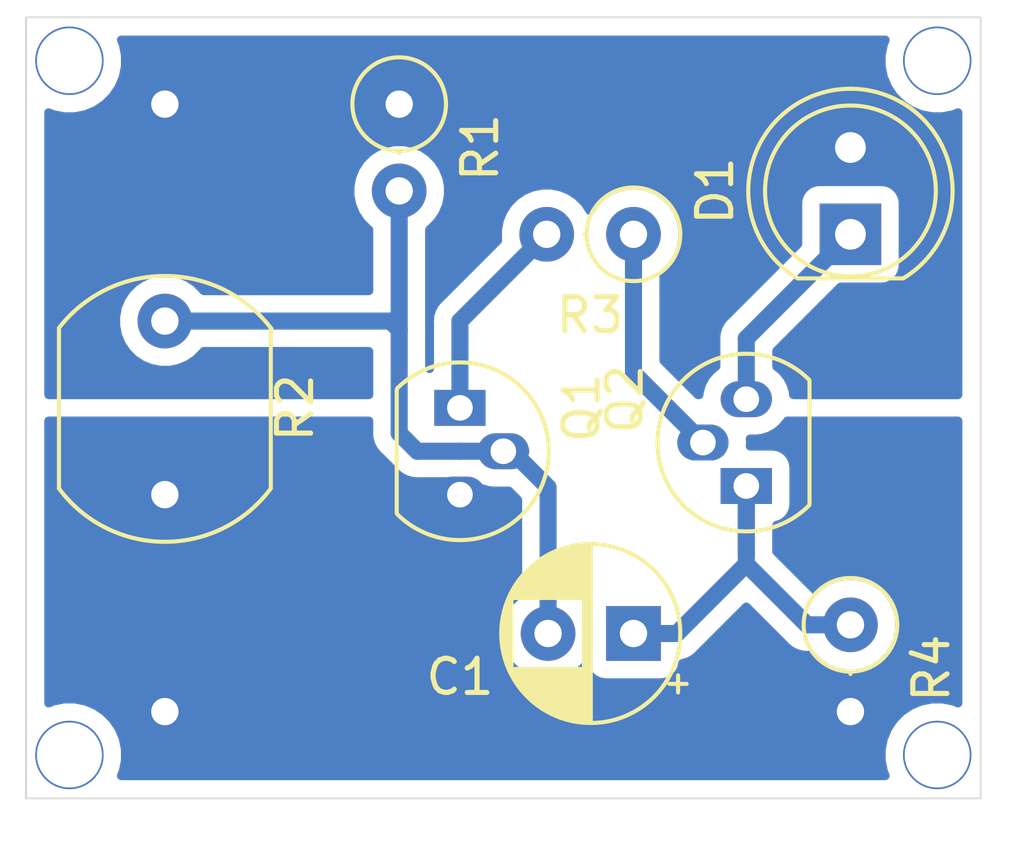
<source format=kicad_pcb>
(kicad_pcb (version 20171130) (host pcbnew 5.1.8-db9833491~88~ubuntu20.04.1)

  (general
    (thickness 1.6)
    (drawings 14)
    (tracks 29)
    (zones 0)
    (modules 8)
    (nets 8)
  )

  (page A4)
  (layers
    (0 F.Cu signal hide)
    (31 B.Cu signal)
    (32 B.Adhes user hide)
    (33 F.Adhes user hide)
    (34 B.Paste user hide)
    (35 F.Paste user hide)
    (36 B.SilkS user hide)
    (37 F.SilkS user hide)
    (38 B.Mask user hide)
    (39 F.Mask user hide)
    (40 Dwgs.User user hide)
    (41 Cmts.User user hide)
    (42 Eco1.User user hide)
    (43 Eco2.User user hide)
    (44 Edge.Cuts user)
    (45 Margin user hide)
    (46 B.CrtYd user hide)
    (47 F.CrtYd user hide)
    (48 B.Fab user hide)
    (49 F.Fab user)
  )

  (setup
    (last_trace_width 0.25)
    (user_trace_width 0.5)
    (trace_clearance 0.2)
    (zone_clearance 0.508)
    (zone_45_only no)
    (trace_min 0.2)
    (via_size 0.8)
    (via_drill 0.4)
    (via_min_size 0.4)
    (via_min_drill 0.3)
    (uvia_size 0.3)
    (uvia_drill 0.1)
    (uvias_allowed no)
    (uvia_min_size 0.2)
    (uvia_min_drill 0.1)
    (edge_width 0.05)
    (segment_width 0.2)
    (pcb_text_width 0.3)
    (pcb_text_size 1.5 1.5)
    (mod_edge_width 0.12)
    (mod_text_size 1 1)
    (mod_text_width 0.15)
    (pad_size 1.524 1.524)
    (pad_drill 0.762)
    (pad_to_mask_clearance 0)
    (aux_axis_origin 0 0)
    (visible_elements FFFFFF7F)
    (pcbplotparams
      (layerselection 0x010fc_ffffffff)
      (usegerberextensions false)
      (usegerberattributes true)
      (usegerberadvancedattributes true)
      (creategerberjobfile true)
      (excludeedgelayer true)
      (linewidth 0.100000)
      (plotframeref false)
      (viasonmask false)
      (mode 1)
      (useauxorigin false)
      (hpglpennumber 1)
      (hpglpenspeed 20)
      (hpglpendiameter 15.000000)
      (psnegative false)
      (psa4output false)
      (plotreference true)
      (plotvalue true)
      (plotinvisibletext false)
      (padsonsilk false)
      (subtractmaskfromsilk false)
      (outputformat 1)
      (mirror false)
      (drillshape 1)
      (scaleselection 1)
      (outputdirectory ""))
  )

  (net 0 "")
  (net 1 "Net-(C1-Pad2)")
  (net 2 "Net-(C1-Pad1)")
  (net 3 "Net-(D1-Pad1)")
  (net 4 "Net-(Q1-Pad1)")
  (net 5 "Net-(Q2-Pad2)")
  (net 6 +3V0)
  (net 7 GNDREF)

  (net_class Default "This is the default net class."
    (clearance 0.2)
    (trace_width 0.25)
    (via_dia 0.8)
    (via_drill 0.4)
    (uvia_dia 0.3)
    (uvia_drill 0.1)
    (add_net +3V0)
    (add_net GNDREF)
    (add_net "Net-(C1-Pad1)")
    (add_net "Net-(C1-Pad2)")
    (add_net "Net-(D1-Pad1)")
    (add_net "Net-(Q1-Pad1)")
    (add_net "Net-(Q2-Pad2)")
  )

  (module Package_TO_SOT_THT:TO-92_Inline (layer F.Cu) (tedit 5FEBBFD5) (tstamp 5FEBB262)
    (at 126.492 78.486 90)
    (descr "TO-92 leads in-line, narrow, oval pads, drill 0.75mm (see NXP sot054_po.pdf)")
    (tags "to-92 sc-43 sc-43a sot54 PA33 transistor")
    (path /5FEA5E8F)
    (fp_text reference Q2 (at 2.54 -3.56 90) (layer F.SilkS)
      (effects (font (size 1 1) (thickness 0.15)))
    )
    (fp_text value BC558 (at 1.27 2.79 90) (layer F.Fab)
      (effects (font (size 1 1) (thickness 0.15)))
    )
    (fp_line (start -0.53 1.85) (end 3.07 1.85) (layer F.SilkS) (width 0.12))
    (fp_line (start -0.5 1.75) (end 3 1.75) (layer F.Fab) (width 0.1))
    (fp_line (start -1.46 -2.73) (end 4 -2.73) (layer F.CrtYd) (width 0.05))
    (fp_line (start -1.46 -2.73) (end -1.46 2.01) (layer F.CrtYd) (width 0.05))
    (fp_line (start 4 2.01) (end 4 -2.73) (layer F.CrtYd) (width 0.05))
    (fp_line (start 4 2.01) (end -1.46 2.01) (layer F.CrtYd) (width 0.05))
    (fp_arc (start 1.27 0) (end 1.27 -2.6) (angle 135) (layer F.SilkS) (width 0.12))
    (fp_arc (start 1.27 0) (end 1.27 -2.48) (angle -135) (layer F.Fab) (width 0.1))
    (fp_arc (start 1.27 0) (end 1.27 -2.6) (angle -135) (layer F.SilkS) (width 0.12))
    (fp_arc (start 1.27 0) (end 1.27 -2.48) (angle 135) (layer F.Fab) (width 0.1))
    (fp_text user %R (at 1.27 -0.254 90) (layer F.Fab)
      (effects (font (size 1 1) (thickness 0.15)))
    )
    (pad 1 thru_hole rect (at 0 0 90) (size 1.05 1.5) (drill 0.75) (layers *.Cu *.Mask)
      (net 2 "Net-(C1-Pad1)"))
    (pad 3 thru_hole oval (at 2.54 0 90) (size 1.05 1.5) (drill 0.75) (layers *.Cu *.Mask)
      (net 3 "Net-(D1-Pad1)"))
    (pad 2 thru_hole oval (at 1.27 -1.27 90) (size 1.05 1.5) (drill 0.75) (layers *.Cu *.Mask)
      (net 5 "Net-(Q2-Pad2)"))
    (model ${KISYS3DMOD}/Package_TO_SOT_THT.3dshapes/TO-92_Inline.wrl
      (at (xyz 0 0 0))
      (scale (xyz 1 1 1))
      (rotate (xyz 0 0 0))
    )
  )

  (module Package_TO_SOT_THT:TO-92_Inline (layer F.Cu) (tedit 5FEBBFB7) (tstamp 5FEBB295)
    (at 118.11 76.2 270)
    (descr "TO-92 leads in-line, narrow, oval pads, drill 0.75mm (see NXP sot054_po.pdf)")
    (tags "to-92 sc-43 sc-43a sot54 PA33 transistor")
    (path /5FEA59BF)
    (fp_text reference Q1 (at 0 -3.56 270) (layer F.SilkS)
      (effects (font (size 1 1) (thickness 0.15)))
    )
    (fp_text value BC548 (at 1.27 2.79 270) (layer F.Fab)
      (effects (font (size 1 1) (thickness 0.15)))
    )
    (fp_line (start -0.53 1.85) (end 3.07 1.85) (layer F.SilkS) (width 0.12))
    (fp_line (start -0.5 1.75) (end 3 1.75) (layer F.Fab) (width 0.1))
    (fp_line (start -1.46 -2.73) (end 4 -2.73) (layer F.CrtYd) (width 0.05))
    (fp_line (start -1.46 -2.73) (end -1.46 2.01) (layer F.CrtYd) (width 0.05))
    (fp_line (start 4 2.01) (end 4 -2.73) (layer F.CrtYd) (width 0.05))
    (fp_line (start 4 2.01) (end -1.46 2.01) (layer F.CrtYd) (width 0.05))
    (fp_arc (start 1.27 0) (end 1.27 -2.6) (angle 135) (layer F.SilkS) (width 0.12))
    (fp_arc (start 1.27 0) (end 1.27 -2.48) (angle -135) (layer F.Fab) (width 0.1))
    (fp_arc (start 1.27 0) (end 1.27 -2.6) (angle -135) (layer F.SilkS) (width 0.12))
    (fp_arc (start 1.27 0) (end 1.27 -2.48) (angle 135) (layer F.Fab) (width 0.1))
    (fp_text user %R (at 1.27 0 270) (layer F.Fab)
      (effects (font (size 1 1) (thickness 0.15)))
    )
    (pad 1 thru_hole rect (at 0 0 270) (size 1.05 1.5) (drill 0.75) (layers *.Cu *.Mask)
      (net 4 "Net-(Q1-Pad1)"))
    (pad 3 thru_hole oval (at 2.54 0 270) (size 1.05 1.5) (drill 0.75) (layers *.Cu *.Mask)
      (net 7 GNDREF))
    (pad 2 thru_hole oval (at 1.27 -1.27 270) (size 1.05 1.5) (drill 0.75) (layers *.Cu *.Mask)
      (net 1 "Net-(C1-Pad2)"))
    (model ${KISYS3DMOD}/Package_TO_SOT_THT.3dshapes/TO-92_Inline.wrl
      (at (xyz 0 0 0))
      (scale (xyz 1 1 1))
      (rotate (xyz 0 0 0))
    )
  )

  (module OptoDevice:R_LDR_7x6mm_P5.1mm_Vertical (layer F.Cu) (tedit 5B86044C) (tstamp 5FEABC70)
    (at 109.474 73.66 270)
    (descr "Resistor, LDR 7x6mm")
    (tags "Resistor LDR7x6mm")
    (path /5FEA8C59)
    (fp_text reference R2 (at 2.54 -3.81 90) (layer F.SilkS)
      (effects (font (size 1 1) (thickness 0.15)))
    )
    (fp_text value LDR03 (at 0.508 0 180) (layer F.Fab)
      (effects (font (size 1 1) (thickness 0.15)))
    )
    (fp_line (start 6.57 3.25) (end -1.49 3.25) (layer F.CrtYd) (width 0.05))
    (fp_line (start 6.57 3.25) (end 6.57 -3.25) (layer F.CrtYd) (width 0.05))
    (fp_line (start -1.49 -3.25) (end -1.49 3.25) (layer F.CrtYd) (width 0.05))
    (fp_line (start -1.49 -3.25) (end 6.57 -3.25) (layer F.CrtYd) (width 0.05))
    (fp_line (start 0.24 -3) (end 4.84 -3) (layer F.Fab) (width 0.1))
    (fp_line (start 4.84 3) (end 0.24 3) (layer F.Fab) (width 0.1))
    (fp_line (start 1.64 1.8) (end 3.44 1.8) (layer F.Fab) (width 0.1))
    (fp_line (start 1.64 1.2) (end 1.64 1.8) (layer F.Fab) (width 0.1))
    (fp_line (start 3.44 1.2) (end 1.64 1.2) (layer F.Fab) (width 0.1))
    (fp_line (start 3.44 0.6) (end 3.44 1.2) (layer F.Fab) (width 0.1))
    (fp_line (start 1.64 0.6) (end 3.44 0.6) (layer F.Fab) (width 0.1))
    (fp_line (start 1.64 0) (end 1.64 0.6) (layer F.Fab) (width 0.1))
    (fp_line (start 3.44 0) (end 1.64 0) (layer F.Fab) (width 0.1))
    (fp_line (start 3.44 -0.6) (end 3.44 0) (layer F.Fab) (width 0.1))
    (fp_line (start 1.64 -0.6) (end 3.44 -0.6) (layer F.Fab) (width 0.1))
    (fp_line (start 1.64 -1.2) (end 1.64 -0.6) (layer F.Fab) (width 0.1))
    (fp_line (start 3.44 -1.2) (end 1.64 -1.2) (layer F.Fab) (width 0.1))
    (fp_line (start 3.44 -1.8) (end 3.44 -1.2) (layer F.Fab) (width 0.1))
    (fp_line (start 1.64 -1.8) (end 3.44 -1.8) (layer F.Fab) (width 0.1))
    (fp_line (start 0.2 3.1) (end 4.9 3.1) (layer F.SilkS) (width 0.12))
    (fp_line (start 0.2 -3.1) (end 4.9 -3.1) (layer F.SilkS) (width 0.12))
    (fp_arc (start 2.54 0) (end 0.24 3) (angle 105) (layer F.Fab) (width 0.1))
    (fp_arc (start 2.54 0) (end 4.84 -3) (angle 105) (layer F.Fab) (width 0.1))
    (fp_arc (start 2.6 0) (end 4.9 -3.1) (angle 107) (layer F.SilkS) (width 0.12))
    (fp_arc (start 2.6 0) (end 0.2 3.1) (angle 105) (layer F.SilkS) (width 0.12))
    (fp_text user %R (at 5.334 0 180) (layer F.Fab)
      (effects (font (size 1 1) (thickness 0.15)))
    )
    (pad 2 thru_hole circle (at 5.08 0 270) (size 1.6 1.6) (drill 0.8) (layers *.Cu *.Mask)
      (net 7 GNDREF))
    (pad 1 thru_hole circle (at 0 0 270) (size 1.6 1.6) (drill 0.8) (layers *.Cu *.Mask)
      (net 1 "Net-(C1-Pad2)"))
    (model ${KISYS3DMOD}/OptoDevice.3dshapes/R_LDR_7x6mm_P5.1mm_Vertical.wrl
      (at (xyz 0 0 0))
      (scale (xyz 1 1 1))
      (rotate (xyz 0 0 0))
    )
  )

  (module Capacitor_THT:CP_Radial_D5.0mm_P2.50mm (layer F.Cu) (tedit 5AE50EF0) (tstamp 5FEBB364)
    (at 123.19 82.804 180)
    (descr "CP, Radial series, Radial, pin pitch=2.50mm, , diameter=5mm, Electrolytic Capacitor")
    (tags "CP Radial series Radial pin pitch 2.50mm  diameter 5mm Electrolytic Capacitor")
    (path /5FEA742B)
    (fp_text reference C1 (at 5.08 -1.27) (layer F.SilkS)
      (effects (font (size 1 1) (thickness 0.15)))
    )
    (fp_text value 2.2uF (at -1.524 -3.302) (layer F.Fab)
      (effects (font (size 1 1) (thickness 0.15)))
    )
    (fp_line (start -1.304775 -1.725) (end -1.304775 -1.225) (layer F.SilkS) (width 0.12))
    (fp_line (start -1.554775 -1.475) (end -1.054775 -1.475) (layer F.SilkS) (width 0.12))
    (fp_line (start 3.851 -0.284) (end 3.851 0.284) (layer F.SilkS) (width 0.12))
    (fp_line (start 3.811 -0.518) (end 3.811 0.518) (layer F.SilkS) (width 0.12))
    (fp_line (start 3.771 -0.677) (end 3.771 0.677) (layer F.SilkS) (width 0.12))
    (fp_line (start 3.731 -0.805) (end 3.731 0.805) (layer F.SilkS) (width 0.12))
    (fp_line (start 3.691 -0.915) (end 3.691 0.915) (layer F.SilkS) (width 0.12))
    (fp_line (start 3.651 -1.011) (end 3.651 1.011) (layer F.SilkS) (width 0.12))
    (fp_line (start 3.611 -1.098) (end 3.611 1.098) (layer F.SilkS) (width 0.12))
    (fp_line (start 3.571 -1.178) (end 3.571 1.178) (layer F.SilkS) (width 0.12))
    (fp_line (start 3.531 1.04) (end 3.531 1.251) (layer F.SilkS) (width 0.12))
    (fp_line (start 3.531 -1.251) (end 3.531 -1.04) (layer F.SilkS) (width 0.12))
    (fp_line (start 3.491 1.04) (end 3.491 1.319) (layer F.SilkS) (width 0.12))
    (fp_line (start 3.491 -1.319) (end 3.491 -1.04) (layer F.SilkS) (width 0.12))
    (fp_line (start 3.451 1.04) (end 3.451 1.383) (layer F.SilkS) (width 0.12))
    (fp_line (start 3.451 -1.383) (end 3.451 -1.04) (layer F.SilkS) (width 0.12))
    (fp_line (start 3.411 1.04) (end 3.411 1.443) (layer F.SilkS) (width 0.12))
    (fp_line (start 3.411 -1.443) (end 3.411 -1.04) (layer F.SilkS) (width 0.12))
    (fp_line (start 3.371 1.04) (end 3.371 1.5) (layer F.SilkS) (width 0.12))
    (fp_line (start 3.371 -1.5) (end 3.371 -1.04) (layer F.SilkS) (width 0.12))
    (fp_line (start 3.331 1.04) (end 3.331 1.554) (layer F.SilkS) (width 0.12))
    (fp_line (start 3.331 -1.554) (end 3.331 -1.04) (layer F.SilkS) (width 0.12))
    (fp_line (start 3.291 1.04) (end 3.291 1.605) (layer F.SilkS) (width 0.12))
    (fp_line (start 3.291 -1.605) (end 3.291 -1.04) (layer F.SilkS) (width 0.12))
    (fp_line (start 3.251 1.04) (end 3.251 1.653) (layer F.SilkS) (width 0.12))
    (fp_line (start 3.251 -1.653) (end 3.251 -1.04) (layer F.SilkS) (width 0.12))
    (fp_line (start 3.211 1.04) (end 3.211 1.699) (layer F.SilkS) (width 0.12))
    (fp_line (start 3.211 -1.699) (end 3.211 -1.04) (layer F.SilkS) (width 0.12))
    (fp_line (start 3.171 1.04) (end 3.171 1.743) (layer F.SilkS) (width 0.12))
    (fp_line (start 3.171 -1.743) (end 3.171 -1.04) (layer F.SilkS) (width 0.12))
    (fp_line (start 3.131 1.04) (end 3.131 1.785) (layer F.SilkS) (width 0.12))
    (fp_line (start 3.131 -1.785) (end 3.131 -1.04) (layer F.SilkS) (width 0.12))
    (fp_line (start 3.091 1.04) (end 3.091 1.826) (layer F.SilkS) (width 0.12))
    (fp_line (start 3.091 -1.826) (end 3.091 -1.04) (layer F.SilkS) (width 0.12))
    (fp_line (start 3.051 1.04) (end 3.051 1.864) (layer F.SilkS) (width 0.12))
    (fp_line (start 3.051 -1.864) (end 3.051 -1.04) (layer F.SilkS) (width 0.12))
    (fp_line (start 3.011 1.04) (end 3.011 1.901) (layer F.SilkS) (width 0.12))
    (fp_line (start 3.011 -1.901) (end 3.011 -1.04) (layer F.SilkS) (width 0.12))
    (fp_line (start 2.971 1.04) (end 2.971 1.937) (layer F.SilkS) (width 0.12))
    (fp_line (start 2.971 -1.937) (end 2.971 -1.04) (layer F.SilkS) (width 0.12))
    (fp_line (start 2.931 1.04) (end 2.931 1.971) (layer F.SilkS) (width 0.12))
    (fp_line (start 2.931 -1.971) (end 2.931 -1.04) (layer F.SilkS) (width 0.12))
    (fp_line (start 2.891 1.04) (end 2.891 2.004) (layer F.SilkS) (width 0.12))
    (fp_line (start 2.891 -2.004) (end 2.891 -1.04) (layer F.SilkS) (width 0.12))
    (fp_line (start 2.851 1.04) (end 2.851 2.035) (layer F.SilkS) (width 0.12))
    (fp_line (start 2.851 -2.035) (end 2.851 -1.04) (layer F.SilkS) (width 0.12))
    (fp_line (start 2.811 1.04) (end 2.811 2.065) (layer F.SilkS) (width 0.12))
    (fp_line (start 2.811 -2.065) (end 2.811 -1.04) (layer F.SilkS) (width 0.12))
    (fp_line (start 2.771 1.04) (end 2.771 2.095) (layer F.SilkS) (width 0.12))
    (fp_line (start 2.771 -2.095) (end 2.771 -1.04) (layer F.SilkS) (width 0.12))
    (fp_line (start 2.731 1.04) (end 2.731 2.122) (layer F.SilkS) (width 0.12))
    (fp_line (start 2.731 -2.122) (end 2.731 -1.04) (layer F.SilkS) (width 0.12))
    (fp_line (start 2.691 1.04) (end 2.691 2.149) (layer F.SilkS) (width 0.12))
    (fp_line (start 2.691 -2.149) (end 2.691 -1.04) (layer F.SilkS) (width 0.12))
    (fp_line (start 2.651 1.04) (end 2.651 2.175) (layer F.SilkS) (width 0.12))
    (fp_line (start 2.651 -2.175) (end 2.651 -1.04) (layer F.SilkS) (width 0.12))
    (fp_line (start 2.611 1.04) (end 2.611 2.2) (layer F.SilkS) (width 0.12))
    (fp_line (start 2.611 -2.2) (end 2.611 -1.04) (layer F.SilkS) (width 0.12))
    (fp_line (start 2.571 1.04) (end 2.571 2.224) (layer F.SilkS) (width 0.12))
    (fp_line (start 2.571 -2.224) (end 2.571 -1.04) (layer F.SilkS) (width 0.12))
    (fp_line (start 2.531 1.04) (end 2.531 2.247) (layer F.SilkS) (width 0.12))
    (fp_line (start 2.531 -2.247) (end 2.531 -1.04) (layer F.SilkS) (width 0.12))
    (fp_line (start 2.491 1.04) (end 2.491 2.268) (layer F.SilkS) (width 0.12))
    (fp_line (start 2.491 -2.268) (end 2.491 -1.04) (layer F.SilkS) (width 0.12))
    (fp_line (start 2.451 1.04) (end 2.451 2.29) (layer F.SilkS) (width 0.12))
    (fp_line (start 2.451 -2.29) (end 2.451 -1.04) (layer F.SilkS) (width 0.12))
    (fp_line (start 2.411 1.04) (end 2.411 2.31) (layer F.SilkS) (width 0.12))
    (fp_line (start 2.411 -2.31) (end 2.411 -1.04) (layer F.SilkS) (width 0.12))
    (fp_line (start 2.371 1.04) (end 2.371 2.329) (layer F.SilkS) (width 0.12))
    (fp_line (start 2.371 -2.329) (end 2.371 -1.04) (layer F.SilkS) (width 0.12))
    (fp_line (start 2.331 1.04) (end 2.331 2.348) (layer F.SilkS) (width 0.12))
    (fp_line (start 2.331 -2.348) (end 2.331 -1.04) (layer F.SilkS) (width 0.12))
    (fp_line (start 2.291 1.04) (end 2.291 2.365) (layer F.SilkS) (width 0.12))
    (fp_line (start 2.291 -2.365) (end 2.291 -1.04) (layer F.SilkS) (width 0.12))
    (fp_line (start 2.251 1.04) (end 2.251 2.382) (layer F.SilkS) (width 0.12))
    (fp_line (start 2.251 -2.382) (end 2.251 -1.04) (layer F.SilkS) (width 0.12))
    (fp_line (start 2.211 1.04) (end 2.211 2.398) (layer F.SilkS) (width 0.12))
    (fp_line (start 2.211 -2.398) (end 2.211 -1.04) (layer F.SilkS) (width 0.12))
    (fp_line (start 2.171 1.04) (end 2.171 2.414) (layer F.SilkS) (width 0.12))
    (fp_line (start 2.171 -2.414) (end 2.171 -1.04) (layer F.SilkS) (width 0.12))
    (fp_line (start 2.131 1.04) (end 2.131 2.428) (layer F.SilkS) (width 0.12))
    (fp_line (start 2.131 -2.428) (end 2.131 -1.04) (layer F.SilkS) (width 0.12))
    (fp_line (start 2.091 1.04) (end 2.091 2.442) (layer F.SilkS) (width 0.12))
    (fp_line (start 2.091 -2.442) (end 2.091 -1.04) (layer F.SilkS) (width 0.12))
    (fp_line (start 2.051 1.04) (end 2.051 2.455) (layer F.SilkS) (width 0.12))
    (fp_line (start 2.051 -2.455) (end 2.051 -1.04) (layer F.SilkS) (width 0.12))
    (fp_line (start 2.011 1.04) (end 2.011 2.468) (layer F.SilkS) (width 0.12))
    (fp_line (start 2.011 -2.468) (end 2.011 -1.04) (layer F.SilkS) (width 0.12))
    (fp_line (start 1.971 1.04) (end 1.971 2.48) (layer F.SilkS) (width 0.12))
    (fp_line (start 1.971 -2.48) (end 1.971 -1.04) (layer F.SilkS) (width 0.12))
    (fp_line (start 1.93 1.04) (end 1.93 2.491) (layer F.SilkS) (width 0.12))
    (fp_line (start 1.93 -2.491) (end 1.93 -1.04) (layer F.SilkS) (width 0.12))
    (fp_line (start 1.89 1.04) (end 1.89 2.501) (layer F.SilkS) (width 0.12))
    (fp_line (start 1.89 -2.501) (end 1.89 -1.04) (layer F.SilkS) (width 0.12))
    (fp_line (start 1.85 1.04) (end 1.85 2.511) (layer F.SilkS) (width 0.12))
    (fp_line (start 1.85 -2.511) (end 1.85 -1.04) (layer F.SilkS) (width 0.12))
    (fp_line (start 1.81 1.04) (end 1.81 2.52) (layer F.SilkS) (width 0.12))
    (fp_line (start 1.81 -2.52) (end 1.81 -1.04) (layer F.SilkS) (width 0.12))
    (fp_line (start 1.77 1.04) (end 1.77 2.528) (layer F.SilkS) (width 0.12))
    (fp_line (start 1.77 -2.528) (end 1.77 -1.04) (layer F.SilkS) (width 0.12))
    (fp_line (start 1.73 1.04) (end 1.73 2.536) (layer F.SilkS) (width 0.12))
    (fp_line (start 1.73 -2.536) (end 1.73 -1.04) (layer F.SilkS) (width 0.12))
    (fp_line (start 1.69 1.04) (end 1.69 2.543) (layer F.SilkS) (width 0.12))
    (fp_line (start 1.69 -2.543) (end 1.69 -1.04) (layer F.SilkS) (width 0.12))
    (fp_line (start 1.65 1.04) (end 1.65 2.55) (layer F.SilkS) (width 0.12))
    (fp_line (start 1.65 -2.55) (end 1.65 -1.04) (layer F.SilkS) (width 0.12))
    (fp_line (start 1.61 1.04) (end 1.61 2.556) (layer F.SilkS) (width 0.12))
    (fp_line (start 1.61 -2.556) (end 1.61 -1.04) (layer F.SilkS) (width 0.12))
    (fp_line (start 1.57 1.04) (end 1.57 2.561) (layer F.SilkS) (width 0.12))
    (fp_line (start 1.57 -2.561) (end 1.57 -1.04) (layer F.SilkS) (width 0.12))
    (fp_line (start 1.53 1.04) (end 1.53 2.565) (layer F.SilkS) (width 0.12))
    (fp_line (start 1.53 -2.565) (end 1.53 -1.04) (layer F.SilkS) (width 0.12))
    (fp_line (start 1.49 1.04) (end 1.49 2.569) (layer F.SilkS) (width 0.12))
    (fp_line (start 1.49 -2.569) (end 1.49 -1.04) (layer F.SilkS) (width 0.12))
    (fp_line (start 1.45 -2.573) (end 1.45 2.573) (layer F.SilkS) (width 0.12))
    (fp_line (start 1.41 -2.576) (end 1.41 2.576) (layer F.SilkS) (width 0.12))
    (fp_line (start 1.37 -2.578) (end 1.37 2.578) (layer F.SilkS) (width 0.12))
    (fp_line (start 1.33 -2.579) (end 1.33 2.579) (layer F.SilkS) (width 0.12))
    (fp_line (start 1.29 -2.58) (end 1.29 2.58) (layer F.SilkS) (width 0.12))
    (fp_line (start 1.25 -2.58) (end 1.25 2.58) (layer F.SilkS) (width 0.12))
    (fp_line (start -0.633605 -1.3375) (end -0.633605 -0.8375) (layer F.Fab) (width 0.1))
    (fp_line (start -0.883605 -1.0875) (end -0.383605 -1.0875) (layer F.Fab) (width 0.1))
    (fp_circle (center 1.25 0) (end 4 0) (layer F.CrtYd) (width 0.05))
    (fp_circle (center 1.25 0) (end 3.87 0) (layer F.SilkS) (width 0.12))
    (fp_circle (center 1.25 0) (end 3.75 0) (layer F.Fab) (width 0.1))
    (fp_text user %R (at 1.25 0) (layer F.Fab)
      (effects (font (size 1 1) (thickness 0.15)))
    )
    (pad 2 thru_hole circle (at 2.5 0 180) (size 1.6 1.6) (drill 0.8) (layers *.Cu *.Mask)
      (net 1 "Net-(C1-Pad2)"))
    (pad 1 thru_hole rect (at 0 0 180) (size 1.6 1.6) (drill 0.8) (layers *.Cu *.Mask)
      (net 2 "Net-(C1-Pad1)"))
    (model ${KISYS3DMOD}/Capacitor_THT.3dshapes/CP_Radial_D5.0mm_P2.50mm.wrl
      (at (xyz 0 0 0))
      (scale (xyz 1 1 1))
      (rotate (xyz 0 0 0))
    )
  )

  (module Resistor_THT:R_Axial_DIN0207_L6.3mm_D2.5mm_P2.54mm_Vertical (layer F.Cu) (tedit 5AE5139B) (tstamp 5FEBB2C5)
    (at 129.54 82.55 270)
    (descr "Resistor, Axial_DIN0207 series, Axial, Vertical, pin pitch=2.54mm, 0.25W = 1/4W, length*diameter=6.3*2.5mm^2, http://cdn-reichelt.de/documents/datenblatt/B400/1_4W%23YAG.pdf")
    (tags "Resistor Axial_DIN0207 series Axial Vertical pin pitch 2.54mm 0.25W = 1/4W length 6.3mm diameter 2.5mm")
    (path /5FEA6E80)
    (fp_text reference R4 (at 1.27 -2.37 90) (layer F.SilkS)
      (effects (font (size 1 1) (thickness 0.15)))
    )
    (fp_text value 47 (at 2.032 1.016 90) (layer F.Fab)
      (effects (font (size 1 1) (thickness 0.15)))
    )
    (fp_circle (center 0 0) (end 1.25 0) (layer F.Fab) (width 0.1))
    (fp_circle (center 0 0) (end 1.37 0) (layer F.SilkS) (width 0.12))
    (fp_line (start 0 0) (end 2.54 0) (layer F.Fab) (width 0.1))
    (fp_line (start 1.37 0) (end 1.44 0) (layer F.SilkS) (width 0.12))
    (fp_line (start -1.5 -1.5) (end -1.5 1.5) (layer F.CrtYd) (width 0.05))
    (fp_line (start -1.5 1.5) (end 3.59 1.5) (layer F.CrtYd) (width 0.05))
    (fp_line (start 3.59 1.5) (end 3.59 -1.5) (layer F.CrtYd) (width 0.05))
    (fp_line (start 3.59 -1.5) (end -1.5 -1.5) (layer F.CrtYd) (width 0.05))
    (fp_text user %R (at 2.032 -1.27 90) (layer F.Fab)
      (effects (font (size 1 1) (thickness 0.15)))
    )
    (pad 2 thru_hole oval (at 2.54 0 270) (size 1.6 1.6) (drill 0.8) (layers *.Cu *.Mask)
      (net 7 GNDREF))
    (pad 1 thru_hole circle (at 0 0 270) (size 1.6 1.6) (drill 0.8) (layers *.Cu *.Mask)
      (net 2 "Net-(C1-Pad1)"))
    (model ${KISYS3DMOD}/Resistor_THT.3dshapes/R_Axial_DIN0207_L6.3mm_D2.5mm_P2.54mm_Vertical.wrl
      (at (xyz 0 0 0))
      (scale (xyz 1 1 1))
      (rotate (xyz 0 0 0))
    )
  )

  (module Resistor_THT:R_Axial_DIN0207_L6.3mm_D2.5mm_P2.54mm_Vertical (layer F.Cu) (tedit 5AE5139B) (tstamp 5FEBB4A8)
    (at 123.19 71.12 180)
    (descr "Resistor, Axial_DIN0207 series, Axial, Vertical, pin pitch=2.54mm, 0.25W = 1/4W, length*diameter=6.3*2.5mm^2, http://cdn-reichelt.de/documents/datenblatt/B400/1_4W%23YAG.pdf")
    (tags "Resistor Axial_DIN0207 series Axial Vertical pin pitch 2.54mm 0.25W = 1/4W length 6.3mm diameter 2.5mm")
    (path /5FEA652A)
    (fp_text reference R3 (at 1.27 -2.37) (layer F.SilkS)
      (effects (font (size 1 1) (thickness 0.15)))
    )
    (fp_text value 1K (at 1.27 2.032) (layer F.Fab)
      (effects (font (size 1 1) (thickness 0.15)))
    )
    (fp_circle (center 0 0) (end 1.25 0) (layer F.Fab) (width 0.1))
    (fp_circle (center 0 0) (end 1.37 0) (layer F.SilkS) (width 0.12))
    (fp_line (start 0 0) (end 2.54 0) (layer F.Fab) (width 0.1))
    (fp_line (start 1.37 0) (end 1.44 0) (layer F.SilkS) (width 0.12))
    (fp_line (start -1.5 -1.5) (end -1.5 1.5) (layer F.CrtYd) (width 0.05))
    (fp_line (start -1.5 1.5) (end 3.59 1.5) (layer F.CrtYd) (width 0.05))
    (fp_line (start 3.59 1.5) (end 3.59 -1.5) (layer F.CrtYd) (width 0.05))
    (fp_line (start 3.59 -1.5) (end -1.5 -1.5) (layer F.CrtYd) (width 0.05))
    (fp_text user %R (at 2.54 -1.27) (layer F.Fab)
      (effects (font (size 1 1) (thickness 0.15)))
    )
    (pad 2 thru_hole oval (at 2.54 0 180) (size 1.6 1.6) (drill 0.8) (layers *.Cu *.Mask)
      (net 4 "Net-(Q1-Pad1)"))
    (pad 1 thru_hole circle (at 0 0 180) (size 1.6 1.6) (drill 0.8) (layers *.Cu *.Mask)
      (net 5 "Net-(Q2-Pad2)"))
    (model ${KISYS3DMOD}/Resistor_THT.3dshapes/R_Axial_DIN0207_L6.3mm_D2.5mm_P2.54mm_Vertical.wrl
      (at (xyz 0 0 0))
      (scale (xyz 1 1 1))
      (rotate (xyz 0 0 0))
    )
  )

  (module Resistor_THT:R_Axial_DIN0207_L6.3mm_D2.5mm_P2.54mm_Vertical (layer F.Cu) (tedit 5AE5139B) (tstamp 5FEBB47E)
    (at 116.332 67.31 270)
    (descr "Resistor, Axial_DIN0207 series, Axial, Vertical, pin pitch=2.54mm, 0.25W = 1/4W, length*diameter=6.3*2.5mm^2, http://cdn-reichelt.de/documents/datenblatt/B400/1_4W%23YAG.pdf")
    (tags "Resistor Axial_DIN0207 series Axial Vertical pin pitch 2.54mm 0.25W = 1/4W length 6.3mm diameter 2.5mm")
    (path /5FEA69E6)
    (fp_text reference R1 (at 1.27 -2.37 90) (layer F.SilkS)
      (effects (font (size 1 1) (thickness 0.15)))
    )
    (fp_text value 2M2 (at 3.048 1.016 90) (layer F.Fab)
      (effects (font (size 1 1) (thickness 0.15)))
    )
    (fp_circle (center 0 0) (end 1.25 0) (layer F.Fab) (width 0.1))
    (fp_circle (center 0 0) (end 1.37 0) (layer F.SilkS) (width 0.12))
    (fp_line (start 0 0) (end 2.54 0) (layer F.Fab) (width 0.1))
    (fp_line (start 1.37 0) (end 1.44 0) (layer F.SilkS) (width 0.12))
    (fp_line (start -1.5 -1.5) (end -1.5 1.5) (layer F.CrtYd) (width 0.05))
    (fp_line (start -1.5 1.5) (end 3.59 1.5) (layer F.CrtYd) (width 0.05))
    (fp_line (start 3.59 1.5) (end 3.59 -1.5) (layer F.CrtYd) (width 0.05))
    (fp_line (start 3.59 -1.5) (end -1.5 -1.5) (layer F.CrtYd) (width 0.05))
    (fp_text user %R (at 1.27 -2.37 90) (layer F.Fab)
      (effects (font (size 1 1) (thickness 0.15)))
    )
    (pad 2 thru_hole oval (at 2.54 0 270) (size 1.6 1.6) (drill 0.8) (layers *.Cu *.Mask)
      (net 1 "Net-(C1-Pad2)"))
    (pad 1 thru_hole circle (at 0 0 270) (size 1.6 1.6) (drill 0.8) (layers *.Cu *.Mask)
      (net 6 +3V0))
    (model ${KISYS3DMOD}/Resistor_THT.3dshapes/R_Axial_DIN0207_L6.3mm_D2.5mm_P2.54mm_Vertical.wrl
      (at (xyz 0 0 0))
      (scale (xyz 1 1 1))
      (rotate (xyz 0 0 0))
    )
  )

  (module LED_THT:LED_D5.0mm (layer F.Cu) (tedit 5995936A) (tstamp 5FEAEF02)
    (at 129.54 71.12 90)
    (descr "LED, diameter 5.0mm, 2 pins, http://cdn-reichelt.de/documents/datenblatt/A500/LL-504BC2E-009.pdf")
    (tags "LED diameter 5.0mm 2 pins")
    (path /5FEA8506)
    (fp_text reference D1 (at 1.27 -3.96 90) (layer F.SilkS)
      (effects (font (size 1 1) (thickness 0.15)))
    )
    (fp_text value LED (at 4.318 -3.302 180) (layer F.Fab)
      (effects (font (size 1 1) (thickness 0.15)))
    )
    (fp_circle (center 1.27 0) (end 3.77 0) (layer F.Fab) (width 0.1))
    (fp_circle (center 1.27 0) (end 3.77 0) (layer F.SilkS) (width 0.12))
    (fp_line (start -1.23 -1.469694) (end -1.23 1.469694) (layer F.Fab) (width 0.1))
    (fp_line (start -1.29 -1.545) (end -1.29 1.545) (layer F.SilkS) (width 0.12))
    (fp_line (start -1.95 -3.25) (end -1.95 3.25) (layer F.CrtYd) (width 0.05))
    (fp_line (start -1.95 3.25) (end 4.5 3.25) (layer F.CrtYd) (width 0.05))
    (fp_line (start 4.5 3.25) (end 4.5 -3.25) (layer F.CrtYd) (width 0.05))
    (fp_line (start 4.5 -3.25) (end -1.95 -3.25) (layer F.CrtYd) (width 0.05))
    (fp_text user %R (at 1.25 0 90) (layer F.Fab)
      (effects (font (size 0.8 0.8) (thickness 0.2)))
    )
    (fp_arc (start 1.27 0) (end -1.29 1.54483) (angle -148.9) (layer F.SilkS) (width 0.12))
    (fp_arc (start 1.27 0) (end -1.29 -1.54483) (angle 148.9) (layer F.SilkS) (width 0.12))
    (fp_arc (start 1.27 0) (end -1.23 -1.469694) (angle 299.1) (layer F.Fab) (width 0.1))
    (pad 2 thru_hole circle (at 2.54 0 90) (size 1.8 1.8) (drill 0.9) (layers *.Cu *.Mask)
      (net 6 +3V0))
    (pad 1 thru_hole rect (at 0 0 90) (size 1.8 1.8) (drill 0.9) (layers *.Cu *.Mask)
      (net 3 "Net-(D1-Pad1)"))
    (model ${KISYS3DMOD}/LED_THT.3dshapes/LED_D5.0mm.wrl
      (at (xyz 0 0 0))
      (scale (xyz 1 1 1))
      (rotate (xyz 0 0 0))
    )
  )

  (gr_circle (center 106.68 66.04) (end 107.696 65.786) (layer Dwgs.User) (width 0.15))
  (gr_circle (center 106.68 86.36) (end 107.442 85.598) (layer Dwgs.User) (width 0.15))
  (gr_circle (center 132.08 86.36) (end 132.842 85.598) (layer Dwgs.User) (width 0.15) (tstamp 5FEBB64B))
  (gr_circle (center 132.08 66.04) (end 132.842 65.278) (layer Dwgs.User) (width 0.15) (tstamp 5FEBB64E))
  (gr_text "APE 5" (at 116.586 85.09) (layer F.Fab) (tstamp 5FEB28B9)
    (effects (font (size 1 1) (thickness 0.2)))
  )
  (gr_text pipe (at 115.316 83.312) (layer F.Fab)
    (effects (font (size 1 1) (thickness 0.2)))
  )
  (gr_line (start 133.35 64.77) (end 105.41 64.77) (layer Edge.Cuts) (width 0.05))
  (gr_line (start 133.35 87.63) (end 133.35 64.77) (layer Edge.Cuts) (width 0.05) (tstamp 5FEBB648))
  (gr_line (start 105.41 87.63) (end 133.35 87.63) (layer Edge.Cuts) (width 0.05))
  (gr_line (start 105.41 64.77) (end 105.41 87.63) (layer Edge.Cuts) (width 0.05))
  (gr_text + (at 108.712 67.31) (layer F.Fab) (tstamp 5FEAD222)
    (effects (font (size 1 1) (thickness 0.2)))
  )
  (gr_text - (at 108.712 85.09) (layer F.Fab) (tstamp 5FEAD21E)
    (effects (font (size 1 1) (thickness 0.2)))
  )
  (gr_text GND (at 110.49 83.058) (layer F.Fab) (tstamp 5FEAD21B)
    (effects (font (size 1 1) (thickness 0.2)))
  )
  (gr_text 3-6v (at 110.49 69.088) (layer F.Fab)
    (effects (font (size 1 1) (thickness 0.2)))
  )

  (via (at 106.68 66.04) (size 2) (drill 1.9) (layers F.Cu B.Cu) (net 0))
  (via (at 106.68 86.36) (size 2) (drill 1.9) (layers F.Cu B.Cu) (net 0))
  (via (at 132.08 66.04) (size 2) (drill 1.9) (layers F.Cu B.Cu) (net 0) (tstamp 5FEBB642))
  (via (at 132.08 86.36) (size 2) (drill 1.9) (layers F.Cu B.Cu) (net 0) (tstamp 5FEBB645))
  (segment (start 118.11 77.47) (end 119.888 77.47) (width 0.5) (layer B.Cu) (net 1) (tstamp 5FEBB4CE))
  (segment (start 116.86 77.47) (end 118.11 77.47) (width 0.5) (layer B.Cu) (net 1))
  (segment (start 116.332 76.942) (end 116.86 77.47) (width 0.5) (layer B.Cu) (net 1))
  (segment (start 116.078 73.66) (end 116.332 73.914) (width 0.5) (layer B.Cu) (net 1))
  (segment (start 109.474 73.66) (end 116.078 73.66) (width 0.5) (layer B.Cu) (net 1))
  (segment (start 116.332 73.914) (end 116.332 76.942) (width 0.5) (layer B.Cu) (net 1))
  (segment (start 116.332 69.85) (end 116.332 73.914) (width 0.5) (layer B.Cu) (net 1))
  (segment (start 119.38 77.47) (end 119.888 77.47) (width 0.5) (layer F.Cu) (net 1))
  (segment (start 119.38 77.47) (end 119.634 77.47) (width 0.5) (layer B.Cu) (net 1))
  (segment (start 120.69 78.526) (end 120.69 82.804) (width 0.5) (layer B.Cu) (net 1))
  (segment (start 119.634 77.47) (end 120.69 78.526) (width 0.5) (layer B.Cu) (net 1))
  (segment (start 126.492 78.486) (end 126.492 80.518) (width 0.5) (layer B.Cu) (net 2) (tstamp 5FEBB4E9))
  (segment (start 126.492 78.486) (end 126.492 80.772) (width 0.5) (layer B.Cu) (net 2) (tstamp 5FEBB4EC))
  (segment (start 128.27 82.55) (end 129.54 82.55) (width 0.5) (layer B.Cu) (net 2) (tstamp 5FEBB4E3))
  (segment (start 126.492 80.772) (end 128.27 82.55) (width 0.5) (layer B.Cu) (net 2) (tstamp 5FEBB4E0))
  (segment (start 124.46 82.804) (end 126.492 80.772) (width 0.5) (layer B.Cu) (net 2))
  (segment (start 123.19 82.804) (end 124.46 82.804) (width 0.5) (layer B.Cu) (net 2))
  (segment (start 126.492 74.168) (end 129.54 71.12) (width 0.5) (layer B.Cu) (net 3) (tstamp 5FEBB4F2))
  (segment (start 126.492 75.946) (end 126.492 74.168) (width 0.5) (layer B.Cu) (net 3) (tstamp 5FEBB507))
  (segment (start 118.11 73.66) (end 120.65 71.12) (width 0.5) (layer B.Cu) (net 4) (tstamp 5FEBB24C))
  (segment (start 118.11 76.2) (end 118.11 73.66) (width 0.5) (layer B.Cu) (net 4) (tstamp 5FEBB249))
  (segment (start 123.19 75.184) (end 125.222 77.216) (width 0.5) (layer B.Cu) (net 5))
  (segment (start 123.19 71.12) (end 123.19 75.184) (width 0.5) (layer B.Cu) (net 5))
  (via (at 109.474 67.31) (size 2) (drill 0.8) (layers F.Cu B.Cu) (net 6) (tstamp 5FEBB24F))
  (via (at 109.474 85.09) (size 2) (drill 0.8) (layers F.Cu B.Cu) (net 7) (tstamp 5FEBB4C5))

  (zone (net 7) (net_name GNDREF) (layer B.Cu) (tstamp 0) (hatch none 0.508)
    (connect_pads yes (clearance 0.508))
    (min_thickness 0.254)
    (fill yes (arc_segments 32) (thermal_gap 0.508) (thermal_bridge_width 0.508))
    (polygon
      (pts
        (xy 134.62 88.9) (xy 104.648 88.9) (xy 104.648 76.454) (xy 134.62 76.454)
      )
    )
    (filled_polygon
      (pts
        (xy 115.447001 76.898521) (xy 115.442719 76.942) (xy 115.459805 77.11549) (xy 115.510412 77.282313) (xy 115.59259 77.436059)
        (xy 115.675468 77.537046) (xy 115.675471 77.537049) (xy 115.703184 77.570817) (xy 115.736952 77.59853) (xy 116.203466 78.065044)
        (xy 116.231183 78.098817) (xy 116.365941 78.209411) (xy 116.519687 78.291589) (xy 116.68651 78.342195) (xy 116.816523 78.355)
        (xy 116.816531 78.355) (xy 116.86 78.359281) (xy 116.903469 78.355) (xy 118.404858 78.355) (xy 118.507421 78.439171)
        (xy 118.70894 78.546885) (xy 118.9276 78.613215) (xy 119.098021 78.63) (xy 119.542421 78.63) (xy 119.805 78.892579)
        (xy 119.805001 81.669478) (xy 119.775241 81.689363) (xy 119.575363 81.889241) (xy 119.41832 82.124273) (xy 119.310147 82.385426)
        (xy 119.255 82.662665) (xy 119.255 82.945335) (xy 119.310147 83.222574) (xy 119.41832 83.483727) (xy 119.575363 83.718759)
        (xy 119.775241 83.918637) (xy 120.010273 84.07568) (xy 120.271426 84.183853) (xy 120.548665 84.239) (xy 120.831335 84.239)
        (xy 121.108574 84.183853) (xy 121.369727 84.07568) (xy 121.604759 83.918637) (xy 121.771339 83.752057) (xy 121.800498 83.84818)
        (xy 121.859463 83.958494) (xy 121.938815 84.055185) (xy 122.035506 84.134537) (xy 122.14582 84.193502) (xy 122.265518 84.229812)
        (xy 122.39 84.242072) (xy 123.99 84.242072) (xy 124.114482 84.229812) (xy 124.23418 84.193502) (xy 124.344494 84.134537)
        (xy 124.441185 84.055185) (xy 124.520537 83.958494) (xy 124.579502 83.84818) (xy 124.615812 83.728482) (xy 124.620839 83.677441)
        (xy 124.63349 83.676195) (xy 124.800313 83.625589) (xy 124.954059 83.543411) (xy 125.088817 83.432817) (xy 125.116534 83.399044)
        (xy 126.492 82.023579) (xy 127.61347 83.145049) (xy 127.641183 83.178817) (xy 127.674951 83.20653) (xy 127.674953 83.206532)
        (xy 127.703216 83.229727) (xy 127.775941 83.289411) (xy 127.929687 83.371589) (xy 128.09651 83.422195) (xy 128.226523 83.435)
        (xy 128.226531 83.435) (xy 128.27 83.439281) (xy 128.313469 83.435) (xy 128.405479 83.435) (xy 128.425363 83.464759)
        (xy 128.625241 83.664637) (xy 128.860273 83.82168) (xy 129.121426 83.929853) (xy 129.398665 83.985) (xy 129.681335 83.985)
        (xy 129.958574 83.929853) (xy 130.219727 83.82168) (xy 130.454759 83.664637) (xy 130.654637 83.464759) (xy 130.81168 83.229727)
        (xy 130.919853 82.968574) (xy 130.975 82.691335) (xy 130.975 82.408665) (xy 130.919853 82.131426) (xy 130.81168 81.870273)
        (xy 130.654637 81.635241) (xy 130.454759 81.435363) (xy 130.219727 81.27832) (xy 129.958574 81.170147) (xy 129.681335 81.115)
        (xy 129.398665 81.115) (xy 129.121426 81.170147) (xy 128.860273 81.27832) (xy 128.625241 81.435363) (xy 128.516091 81.544513)
        (xy 127.377 80.405422) (xy 127.377 79.633621) (xy 127.48618 79.600502) (xy 127.596494 79.541537) (xy 127.693185 79.462185)
        (xy 127.772537 79.365494) (xy 127.831502 79.25518) (xy 127.867812 79.135482) (xy 127.880072 79.011) (xy 127.880072 77.961)
        (xy 127.867812 77.836518) (xy 127.831502 77.71682) (xy 127.772537 77.606506) (xy 127.693185 77.509815) (xy 127.596494 77.430463)
        (xy 127.48618 77.371498) (xy 127.366482 77.335188) (xy 127.242 77.322928) (xy 126.60208 77.322928) (xy 126.612612 77.216)
        (xy 126.601778 77.106) (xy 126.773979 77.106) (xy 126.9444 77.089215) (xy 127.16306 77.022885) (xy 127.364579 76.915171)
        (xy 127.541212 76.770212) (xy 127.686171 76.593579) (xy 127.692895 76.581) (xy 132.69 76.581) (xy 132.69 84.842959)
        (xy 132.556912 84.787832) (xy 132.241033 84.725) (xy 131.918967 84.725) (xy 131.603088 84.787832) (xy 131.305537 84.911082)
        (xy 131.037748 85.090013) (xy 130.810013 85.317748) (xy 130.631082 85.585537) (xy 130.507832 85.883088) (xy 130.445 86.198967)
        (xy 130.445 86.521033) (xy 130.507832 86.836912) (xy 130.562959 86.97) (xy 108.197041 86.97) (xy 108.252168 86.836912)
        (xy 108.315 86.521033) (xy 108.315 86.198967) (xy 108.252168 85.883088) (xy 108.128918 85.585537) (xy 107.949987 85.317748)
        (xy 107.722252 85.090013) (xy 107.454463 84.911082) (xy 107.156912 84.787832) (xy 106.841033 84.725) (xy 106.518967 84.725)
        (xy 106.203088 84.787832) (xy 106.07 84.842959) (xy 106.07 76.581) (xy 115.447001 76.581)
      )
    )
  )
  (zone (net 6) (net_name +3V0) (layer B.Cu) (tstamp 0) (hatch none 0.508)
    (connect_pads yes (clearance 0.508))
    (min_thickness 0.254)
    (fill yes (arc_segments 32) (thermal_gap 0.508) (thermal_bridge_width 0.508))
    (polygon
      (pts
        (xy 134.62 75.946) (xy 104.648 75.946) (xy 104.648 64.262) (xy 134.62 64.262)
      )
    )
    (filled_polygon
      (pts
        (xy 130.507832 65.563088) (xy 130.445 65.878967) (xy 130.445 66.201033) (xy 130.507832 66.516912) (xy 130.631082 66.814463)
        (xy 130.810013 67.082252) (xy 131.037748 67.309987) (xy 131.305537 67.488918) (xy 131.603088 67.612168) (xy 131.918967 67.675)
        (xy 132.241033 67.675) (xy 132.556912 67.612168) (xy 132.690001 67.557041) (xy 132.690001 75.819) (xy 127.870104 75.819)
        (xy 127.860215 75.7186) (xy 127.793885 75.49994) (xy 127.686171 75.298421) (xy 127.541212 75.121788) (xy 127.377 74.987023)
        (xy 127.377 74.534578) (xy 129.253507 72.658072) (xy 130.44 72.658072) (xy 130.564482 72.645812) (xy 130.68418 72.609502)
        (xy 130.794494 72.550537) (xy 130.891185 72.471185) (xy 130.970537 72.374494) (xy 131.029502 72.26418) (xy 131.065812 72.144482)
        (xy 131.078072 72.02) (xy 131.078072 70.22) (xy 131.065812 70.095518) (xy 131.029502 69.97582) (xy 130.970537 69.865506)
        (xy 130.891185 69.768815) (xy 130.794494 69.689463) (xy 130.68418 69.630498) (xy 130.564482 69.594188) (xy 130.44 69.581928)
        (xy 128.64 69.581928) (xy 128.515518 69.594188) (xy 128.39582 69.630498) (xy 128.285506 69.689463) (xy 128.188815 69.768815)
        (xy 128.109463 69.865506) (xy 128.050498 69.97582) (xy 128.014188 70.095518) (xy 128.001928 70.22) (xy 128.001928 71.406493)
        (xy 125.896951 73.511471) (xy 125.863184 73.539183) (xy 125.835471 73.572951) (xy 125.835468 73.572954) (xy 125.75259 73.673941)
        (xy 125.670412 73.827687) (xy 125.619805 73.99451) (xy 125.602719 74.168) (xy 125.607001 74.211479) (xy 125.607001 74.987022)
        (xy 125.442788 75.121788) (xy 125.297829 75.298421) (xy 125.190115 75.49994) (xy 125.123785 75.7186) (xy 125.113896 75.819)
        (xy 125.076578 75.819) (xy 124.075 74.817422) (xy 124.075 72.254521) (xy 124.104759 72.234637) (xy 124.304637 72.034759)
        (xy 124.46168 71.799727) (xy 124.569853 71.538574) (xy 124.625 71.261335) (xy 124.625 70.978665) (xy 124.569853 70.701426)
        (xy 124.46168 70.440273) (xy 124.304637 70.205241) (xy 124.104759 70.005363) (xy 123.869727 69.84832) (xy 123.608574 69.740147)
        (xy 123.331335 69.685) (xy 123.048665 69.685) (xy 122.771426 69.740147) (xy 122.510273 69.84832) (xy 122.275241 70.005363)
        (xy 122.075363 70.205241) (xy 121.92 70.437759) (xy 121.764637 70.205241) (xy 121.564759 70.005363) (xy 121.329727 69.84832)
        (xy 121.068574 69.740147) (xy 120.791335 69.685) (xy 120.508665 69.685) (xy 120.231426 69.740147) (xy 119.970273 69.84832)
        (xy 119.735241 70.005363) (xy 119.535363 70.205241) (xy 119.37832 70.440273) (xy 119.270147 70.701426) (xy 119.215 70.978665)
        (xy 119.215 71.261335) (xy 119.221983 71.296439) (xy 117.514951 73.003471) (xy 117.481184 73.031183) (xy 117.453471 73.064951)
        (xy 117.453468 73.064954) (xy 117.37059 73.165941) (xy 117.288412 73.319687) (xy 117.237805 73.48651) (xy 117.220719 73.66)
        (xy 117.225001 73.703479) (xy 117.225 75.052378) (xy 117.217 75.054805) (xy 117.217 73.957465) (xy 117.221281 73.913999)
        (xy 117.217 73.870533) (xy 117.217 70.984521) (xy 117.246759 70.964637) (xy 117.446637 70.764759) (xy 117.60368 70.529727)
        (xy 117.711853 70.268574) (xy 117.767 69.991335) (xy 117.767 69.708665) (xy 117.711853 69.431426) (xy 117.60368 69.170273)
        (xy 117.446637 68.935241) (xy 117.246759 68.735363) (xy 117.011727 68.57832) (xy 116.750574 68.470147) (xy 116.473335 68.415)
        (xy 116.190665 68.415) (xy 115.913426 68.470147) (xy 115.652273 68.57832) (xy 115.417241 68.735363) (xy 115.217363 68.935241)
        (xy 115.06032 69.170273) (xy 114.952147 69.431426) (xy 114.897 69.708665) (xy 114.897 69.991335) (xy 114.952147 70.268574)
        (xy 115.06032 70.529727) (xy 115.217363 70.764759) (xy 115.417241 70.964637) (xy 115.447 70.984521) (xy 115.447001 72.775)
        (xy 110.608521 72.775) (xy 110.588637 72.745241) (xy 110.388759 72.545363) (xy 110.153727 72.38832) (xy 109.892574 72.280147)
        (xy 109.615335 72.225) (xy 109.332665 72.225) (xy 109.055426 72.280147) (xy 108.794273 72.38832) (xy 108.559241 72.545363)
        (xy 108.359363 72.745241) (xy 108.20232 72.980273) (xy 108.094147 73.241426) (xy 108.039 73.518665) (xy 108.039 73.801335)
        (xy 108.094147 74.078574) (xy 108.20232 74.339727) (xy 108.359363 74.574759) (xy 108.559241 74.774637) (xy 108.794273 74.93168)
        (xy 109.055426 75.039853) (xy 109.332665 75.095) (xy 109.615335 75.095) (xy 109.892574 75.039853) (xy 110.153727 74.93168)
        (xy 110.388759 74.774637) (xy 110.588637 74.574759) (xy 110.608521 74.545) (xy 115.447 74.545) (xy 115.447001 75.819)
        (xy 106.07 75.819) (xy 106.07 67.557041) (xy 106.203088 67.612168) (xy 106.518967 67.675) (xy 106.841033 67.675)
        (xy 107.156912 67.612168) (xy 107.454463 67.488918) (xy 107.722252 67.309987) (xy 107.949987 67.082252) (xy 108.128918 66.814463)
        (xy 108.252168 66.516912) (xy 108.315 66.201033) (xy 108.315 65.878967) (xy 108.252168 65.563088) (xy 108.197041 65.43)
        (xy 130.562959 65.43)
      )
    )
  )
)

</source>
